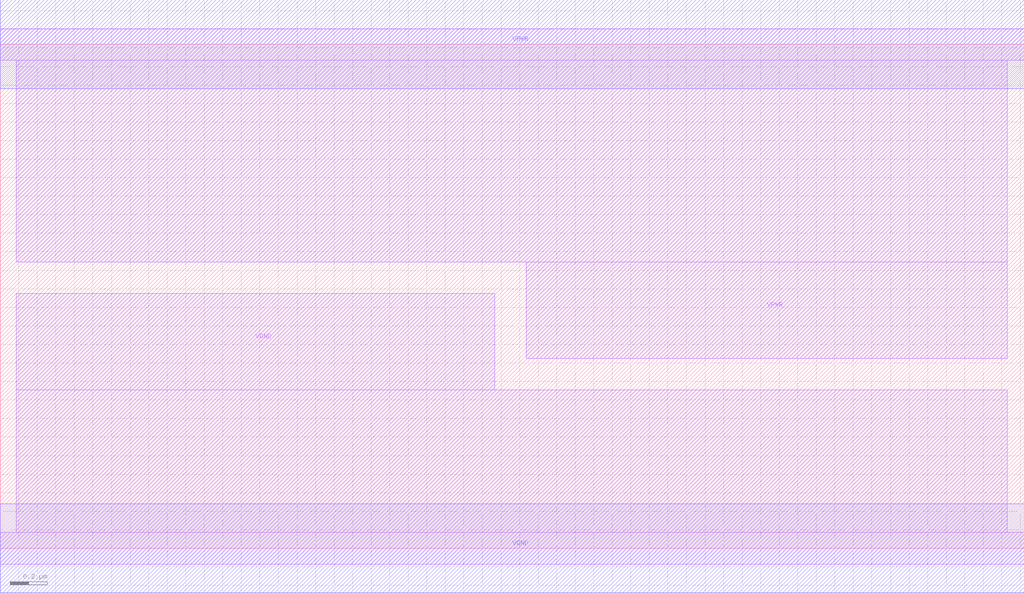
<source format=lef>
# Copyright 2020 The SkyWater PDK Authors
#
# Licensed under the Apache License, Version 2.0 (the "License");
# you may not use this file except in compliance with the License.
# You may obtain a copy of the License at
#
#     https://www.apache.org/licenses/LICENSE-2.0
#
# Unless required by applicable law or agreed to in writing, software
# distributed under the License is distributed on an "AS IS" BASIS,
# WITHOUT WARRANTIES OR CONDITIONS OF ANY KIND, either express or implied.
# See the License for the specific language governing permissions and
# limitations under the License.
#
# SPDX-License-Identifier: Apache-2.0

VERSION 5.5 ;
NAMESCASESENSITIVE ON ;
BUSBITCHARS "[]" ;
DIVIDERCHAR "/" ;
MACRO sky130_fd_sc_hd__decap_12
  CLASS CORE ;
  SOURCE USER ;
  ORIGIN  0.000000  0.000000 ;
  SIZE  5.520000 BY  2.720000 ;
  SYMMETRY X Y R90 ;
  SITE unithd ;
  PIN VGND
    DIRECTION INOUT ;
    SHAPE ABUTMENT ;
    USE GROUND ;
    PORT
      LAYER li1 ;
        RECT 0.000000 -0.085000 5.520000 0.085000 ;
        RECT 0.085000  0.085000 5.430000 0.855000 ;
        RECT 0.085000  0.855000 2.665000 1.375000 ;
    END
    PORT
      LAYER met1 ;
        RECT 0.000000 -0.240000 5.520000 0.240000 ;
    END
  END VGND
  PIN VPWR
    DIRECTION INOUT ;
    SHAPE ABUTMENT ;
    USE POWER ;
    PORT
      LAYER li1 ;
        RECT 0.000000 2.635000 5.520000 2.805000 ;
        RECT 0.085000 1.545000 5.430000 2.635000 ;
        RECT 2.835000 1.025000 5.430000 1.545000 ;
    END
    PORT
      LAYER met1 ;
        RECT 0.000000 2.480000 5.520000 2.960000 ;
    END
  END VPWR
  OBS
  END
END sky130_fd_sc_hd__decap_12
END LIBRARY

</source>
